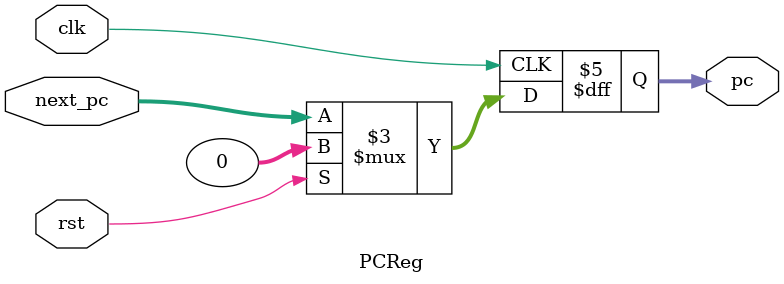
<source format=sv>
module PCReg #(
    parameter   WIDTH = 32
)(
    //interface signals
    input logic              clk,
    input logic              rst,
    input logic [WIDTH-1:0]  next_pc, //PCReg acts like a flipflop register to store the next value for next cycle
    output logic [WIDTH-1:0] pc,
);

always_ff @ (posedge clk)
    // if rst is enabled, PC is 0, else it will be next_pc
    if (rst) pc <= {WIDTH{1'b0}};
    else     pc <= next_pc;

//Standard flipflop register, I increment on the top level but there is probably an adder to do that instead

endmodule

</source>
